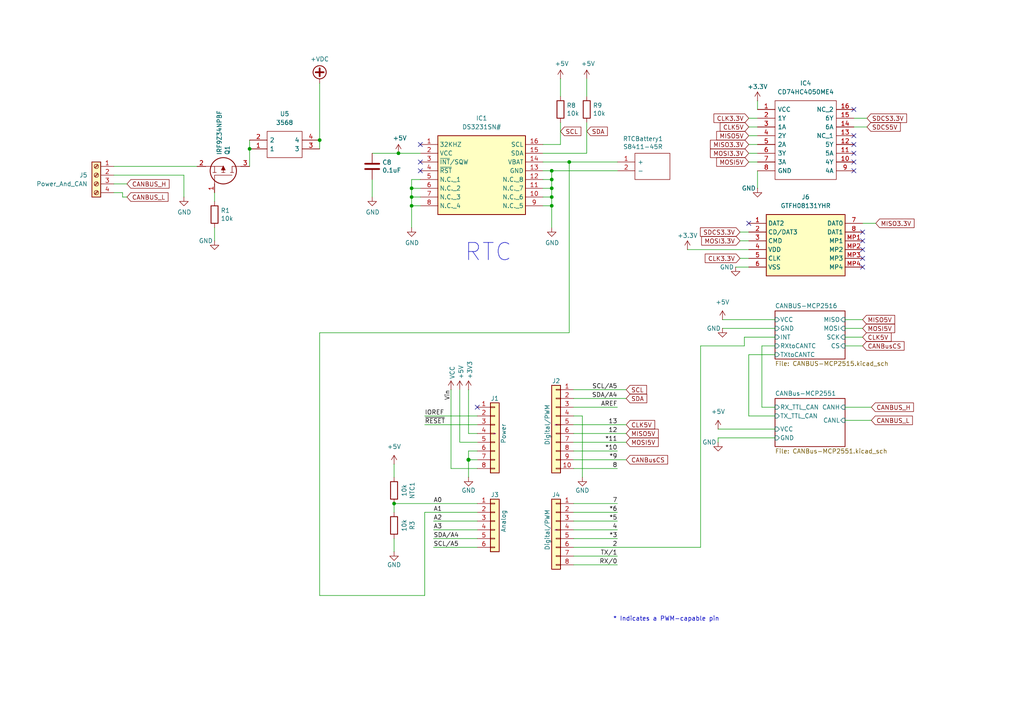
<source format=kicad_sch>
(kicad_sch (version 20250114) (generator "eeschema") (generator_version "9.0")
  (paper "A4")
  (title_block (date "mar. 31 mars 2015"))
  (lib_symbols
    (symbol "Connector:Screw_Terminal_01x04" (pin_names (offset 1.016) (hide yes))
      (property "Reference" "J" (at 0 5.08 0))
      (property "Value" "Screw_Terminal_01x04" (at 0 -7.62 0))
      (symbol "Screw_Terminal_01x04_1_1"
        (rectangle (start -1.27 3.81) (end 1.27 -6.35) (stroke (width 0.254)) (fill (type background)))
        (polyline (pts (xy -0.5334 2.8702) (xy 0.3302 2.032)) (stroke (width 0.1524)))
        (polyline (pts (xy -0.5334 0.3302) (xy 0.3302 -0.508)) (stroke (width 0.1524)))
        (polyline (pts (xy -0.5334 -2.2098) (xy 0.3302 -3.048)) (stroke (width 0.1524)))
        (polyline (pts (xy -0.5334 -4.7498) (xy 0.3302 -5.588)) (stroke (width 0.1524)))
        (polyline (pts (xy -0.3556 3.048) (xy 0.508 2.2098)) (stroke (width 0.1524)))
        (polyline (pts (xy -0.3556 0.508) (xy 0.508 -0.3302)) (stroke (width 0.1524)))
        (polyline (pts (xy -0.3556 -2.032) (xy 0.508 -2.8702)) (stroke (width 0.1524)))
        (polyline (pts (xy -0.3556 -4.572) (xy 0.508 -5.4102)) (stroke (width 0.1524)))
        (circle (center 0 2.54) (radius 0.635) (stroke (width 0.1524)))
        (circle (center 0 0) (radius 0.635) (stroke (width 0.1524)))
        (circle (center 0 -2.54) (radius 0.635) (stroke (width 0.1524)))
        (circle (center 0 -5.08) (radius 0.635) (stroke (width 0.1524)))
        (pin passive line (at -5.08 2.54 0) (length 3.81) (name "Pin_1") (number "1"))
        (pin passive line (at -5.08 0 0) (length 3.81) (name "Pin_2") (number "2"))
        (pin passive line (at -5.08 -2.54 0) (length 3.81) (name "Pin_3") (number "3"))
        (pin passive line (at -5.08 -5.08 0) (length 3.81) (name "Pin_4") (number "4"))
      )
    )
    (symbol "Connector_Generic:Conn_01x06" (pin_names (offset 1.016) (hide yes))
      (property "Reference" "J" (at 0 7.62 0))
      (property "Value" "Conn_01x06" (at 0 -10.16 0))
      (symbol "Conn_01x06_1_1"
        (rectangle (start -1.27 6.35) (end 1.27 -8.89) (stroke (width 0.254)) (fill (type background)))
        (rectangle (start -1.27 5.207) (end 0 4.953) (stroke (width 0.1524)))
        (rectangle (start -1.27 2.667) (end 0 2.413) (stroke (width 0.1524)))
        (rectangle (start -1.27 0.127) (end 0 -0.127) (stroke (width 0.1524)))
        (rectangle (start -1.27 -2.413) (end 0 -2.667) (stroke (width 0.1524)))
        (rectangle (start -1.27 -4.953) (end 0 -5.207) (stroke (width 0.1524)))
        (rectangle (start -1.27 -7.493) (end 0 -7.747) (stroke (width 0.1524)))
        (pin passive line (at -5.08 5.08 0) (length 3.81) (name "Pin_1") (number "1"))
        (pin passive line (at -5.08 2.54 0) (length 3.81) (name "Pin_2") (number "2"))
        (pin passive line (at -5.08 0 0) (length 3.81) (name "Pin_3") (number "3"))
        (pin passive line (at -5.08 -2.54 0) (length 3.81) (name "Pin_4") (number "4"))
        (pin passive line (at -5.08 -5.08 0) (length 3.81) (name "Pin_5") (number "5"))
        (pin passive line (at -5.08 -7.62 0) (length 3.81) (name "Pin_6") (number "6"))
      )
    )
    (symbol "Connector_Generic:Conn_01x08" (pin_names (offset 1.016) (hide yes))
      (property "Reference" "J" (at 0 10.16 0))
      (property "Value" "Conn_01x08" (at 0 -12.7 0))
      (symbol "Conn_01x08_1_1"
        (rectangle (start -1.27 8.89) (end 1.27 -11.43) (stroke (width 0.254)) (fill (type background)))
        (rectangle (start -1.27 7.747) (end 0 7.493) (stroke (width 0.1524)))
        (rectangle (start -1.27 5.207) (end 0 4.953) (stroke (width 0.1524)))
        (rectangle (start -1.27 2.667) (end 0 2.413) (stroke (width 0.1524)))
        (rectangle (start -1.27 0.127) (end 0 -0.127) (stroke (width 0.1524)))
        (rectangle (start -1.27 -2.413) (end 0 -2.667) (stroke (width 0.1524)))
        (rectangle (start -1.27 -4.953) (end 0 -5.207) (stroke (width 0.1524)))
        (rectangle (start -1.27 -7.493) (end 0 -7.747) (stroke (width 0.1524)))
        (rectangle (start -1.27 -10.033) (end 0 -10.287) (stroke (width 0.1524)))
        (pin passive line (at -5.08 7.62 0) (length 3.81) (name "Pin_1") (number "1"))
        (pin passive line (at -5.08 5.08 0) (length 3.81) (name "Pin_2") (number "2"))
        (pin passive line (at -5.08 2.54 0) (length 3.81) (name "Pin_3") (number "3"))
        (pin passive line (at -5.08 0 0) (length 3.81) (name "Pin_4") (number "4"))
        (pin passive line (at -5.08 -2.54 0) (length 3.81) (name "Pin_5") (number "5"))
        (pin passive line (at -5.08 -5.08 0) (length 3.81) (name "Pin_6") (number "6"))
        (pin passive line (at -5.08 -7.62 0) (length 3.81) (name "Pin_7") (number "7"))
        (pin passive line (at -5.08 -10.16 0) (length 3.81) (name "Pin_8") (number "8"))
      )
    )
    (symbol "Connector_Generic:Conn_01x10" (pin_names (offset 1.016) (hide yes))
      (property "Reference" "J" (at 0 12.7 0))
      (property "Value" "Conn_01x10" (at 0 -15.24 0))
      (symbol "Conn_01x10_1_1"
        (rectangle (start -1.27 11.43) (end 1.27 -13.97) (stroke (width 0.254)) (fill (type background)))
        (rectangle (start -1.27 10.287) (end 0 10.033) (stroke (width 0.1524)))
        (rectangle (start -1.27 7.747) (end 0 7.493) (stroke (width 0.1524)))
        (rectangle (start -1.27 5.207) (end 0 4.953) (stroke (width 0.1524)))
        (rectangle (start -1.27 2.667) (end 0 2.413) (stroke (width 0.1524)))
        (rectangle (start -1.27 0.127) (end 0 -0.127) (stroke (width 0.1524)))
        (rectangle (start -1.27 -2.413) (end 0 -2.667) (stroke (width 0.1524)))
        (rectangle (start -1.27 -4.953) (end 0 -5.207) (stroke (width 0.1524)))
        (rectangle (start -1.27 -7.493) (end 0 -7.747) (stroke (width 0.1524)))
        (rectangle (start -1.27 -10.033) (end 0 -10.287) (stroke (width 0.1524)))
        (rectangle (start -1.27 -12.573) (end 0 -12.827) (stroke (width 0.1524)))
        (pin passive line (at -5.08 10.16 0) (length 3.81) (name "Pin_1") (number "1"))
        (pin passive line (at -5.08 7.62 0) (length 3.81) (name "Pin_2") (number "2"))
        (pin passive line (at -5.08 5.08 0) (length 3.81) (name "Pin_3") (number "3"))
        (pin passive line (at -5.08 2.54 0) (length 3.81) (name "Pin_4") (number "4"))
        (pin passive line (at -5.08 0 0) (length 3.81) (name "Pin_5") (number "5"))
        (pin passive line (at -5.08 -2.54 0) (length 3.81) (name "Pin_6") (number "6"))
        (pin passive line (at -5.08 -5.08 0) (length 3.81) (name "Pin_7") (number "7"))
        (pin passive line (at -5.08 -7.62 0) (length 3.81) (name "Pin_8") (number "8"))
        (pin passive line (at -5.08 -10.16 0) (length 3.81) (name "Pin_9") (number "9"))
        (pin passive line (at -5.08 -12.7 0) (length 3.81) (name "Pin_10") (number "10"))
      )
    )
    (symbol "Device:C" (pin_numbers (hide yes)) (pin_names (offset 0.254))
      (property "Reference" "C" (at 0.635 2.54 0))
      (property "Value" "C" (at 0.635 -2.54 0))
      (symbol "C_0_1"
        (polyline (pts (xy -2.032 0.762) (xy 2.032 0.762)) (stroke (width 0.508)))
        (polyline (pts (xy -2.032 -0.762) (xy 2.032 -0.762)) (stroke (width 0.508)))
      )
      (symbol "C_1_1"
        (pin passive line (at 0 3.81 270) (length 2.794) (name "~") (number "1"))
        (pin passive line (at 0 -3.81 90) (length 2.794) (name "~") (number "2"))
      )
    )
    (symbol "Device:R" (pin_numbers (hide yes)) (pin_names (offset 0))
      (property "Reference" "R" (at 2.032 0 90))
      (property "Value" "R" (at 0 0 90))
      (symbol "R_0_1"
        (rectangle (start -1.016 -2.54) (end 1.016 2.54) (stroke (width 0.254)))
      )
      (symbol "R_1_1"
        (pin passive line (at 0 3.81 270) (length 1.27) (name "~") (number "1"))
        (pin passive line (at 0 -3.81 90) (length 1.27) (name "~") (number "2"))
      )
    )
    (symbol "SamacSys:DS3231SN#"
      (property "Reference" "IC" (at 31.75 7.62 0))
      (property "Value" "DS3231SN#" (at 31.75 5.08 0))
      (symbol "DS3231SN#_1_1"
        (rectangle (start 5.08 2.54) (end 30.48 -20.32) (stroke (width 0.254)) (fill (type background)))
        (pin passive line (at 0 0 0) (length 5.08) (name "32KHZ") (number "1"))
        (pin passive line (at 0 -2.54 0) (length 5.08) (name "VCC") (number "2"))
        (pin passive line (at 0 -5.08 0) (length 5.08) (name "~{INT}/SQW") (number "3"))
        (pin passive line (at 0 -7.62 0) (length 5.08) (name "~{RST}") (number "4"))
        (pin passive line (at 0 -10.16 0) (length 5.08) (name "N.C._1") (number "5"))
        (pin passive line (at 0 -12.7 0) (length 5.08) (name "N.C._2") (number "6"))
        (pin passive line (at 0 -15.24 0) (length 5.08) (name "N.C._3") (number "7"))
        (pin passive line (at 0 -17.78 0) (length 5.08) (name "N.C._4") (number "8"))
        (pin passive line (at 35.56 0 180) (length 5.08) (name "SCL") (number "16"))
        (pin passive line (at 35.56 -2.54 180) (length 5.08) (name "SDA") (number "15"))
        (pin passive line (at 35.56 -5.08 180) (length 5.08) (name "VBAT") (number "14"))
        (pin passive line (at 35.56 -7.62 180) (length 5.08) (name "GND") (number "13"))
        (pin passive line (at 35.56 -10.16 180) (length 5.08) (name "N.C._8") (number "12"))
        (pin passive line (at 35.56 -12.7 180) (length 5.08) (name "N.C._7") (number "11"))
        (pin passive line (at 35.56 -15.24 180) (length 5.08) (name "N.C._6") (number "10"))
        (pin passive line (at 35.56 -17.78 180) (length 5.08) (name "N.C._5") (number "9"))
      )
    )
    (symbol "SamacSys:GTFH08131YHR"
      (property "Reference" "J" (at 29.21 7.62 0))
      (property "Value" "GTFH08131YHR" (at 29.21 5.08 0))
      (symbol "GTFH08131YHR_1_1"
        (rectangle (start 5.08 2.54) (end 27.94 -15.24) (stroke (width 0.254)) (fill (type background)))
        (pin passive line (at 0 0 0) (length 5.08) (name "DAT2") (number "1"))
        (pin passive line (at 0 -2.54 0) (length 5.08) (name "CD/DAT3") (number "2"))
        (pin passive line (at 0 -5.08 0) (length 5.08) (name "CMD") (number "3"))
        (pin passive line (at 0 -7.62 0) (length 5.08) (name "VDD") (number "4"))
        (pin passive line (at 0 -10.16 0) (length 5.08) (name "CLK") (number "5"))
        (pin passive line (at 0 -12.7 0) (length 5.08) (name "VSS") (number "6"))
        (pin passive line (at 33.02 0 180) (length 5.08) (name "DAT0") (number "7"))
        (pin passive line (at 33.02 -2.54 180) (length 5.08) (name "DAT1") (number "8"))
        (pin passive line (at 33.02 -5.08 180) (length 5.08) (name "MP1") (number "MP1"))
        (pin passive line (at 33.02 -7.62 180) (length 5.08) (name "MP2") (number "MP2"))
        (pin passive line (at 33.02 -10.16 180) (length 5.08) (name "MP3") (number "MP3"))
        (pin passive line (at 33.02 -12.7 180) (length 5.08) (name "MP4") (number "MP4"))
      )
    )
    (symbol "SamacSys_Parts:3568" (pin_names (offset 0.762))
      (property "Reference" "U" (at 16.51 7.62 0))
      (property "Value" "3568" (at 16.51 5.08 0))
      (symbol "3568_0_0"
        (pin passive line (at 0 0 0) (length 5.08) (name "2") (number "2"))
        (pin passive line (at 0 -2.54 0) (length 5.08) (name "1") (number "1"))
        (pin passive line (at 20.32 0 180) (length 5.08) (name "4") (number "4"))
        (pin passive line (at 20.32 -2.54 180) (length 5.08) (name "3") (number "3"))
      )
      (symbol "3568_0_1"
        (polyline (pts (xy 5.08 2.54) (xy 15.24 2.54) (xy 15.24 -5.08) (xy 5.08 -5.08) (xy 5.08 2.54)) (stroke (width 0.1524)))
      )
    )
    (symbol "SamacSys_Parts:CD74HC4050ME4" (pin_names (offset 0.762))
      (property "Reference" "IC" (at 24.13 7.62 0))
      (property "Value" "CD74HC4050ME4" (at 24.13 5.08 0))
      (symbol "CD74HC4050ME4_0_0"
        (pin passive line (at 0 0 0) (length 5.08) (name "VCC") (number "1"))
        (pin passive line (at 0 -2.54 0) (length 5.08) (name "1Y") (number "2"))
        (pin passive line (at 0 -5.08 0) (length 5.08) (name "1A") (number "3"))
        (pin passive line (at 0 -7.62 0) (length 5.08) (name "2Y") (number "4"))
        (pin passive line (at 0 -10.16 0) (length 5.08) (name "2A") (number "5"))
        (pin passive line (at 0 -12.7 0) (length 5.08) (name "3Y") (number "6"))
        (pin passive line (at 0 -15.24 0) (length 5.08) (name "3A") (number "7"))
        (pin passive line (at 0 -17.78 0) (length 5.08) (name "GND") (number "8"))
        (pin passive line (at 27.94 0 180) (length 5.08) (name "NC_2") (number "16"))
        (pin passive line (at 27.94 -2.54 180) (length 5.08) (name "6Y") (number "15"))
        (pin passive line (at 27.94 -5.08 180) (length 5.08) (name "6A") (number "14"))
        (pin passive line (at 27.94 -7.62 180) (length 5.08) (name "NC_1") (number "13"))
        (pin passive line (at 27.94 -10.16 180) (length 5.08) (name "5Y") (number "12"))
        (pin passive line (at 27.94 -12.7 180) (length 5.08) (name "5A") (number "11"))
        (pin passive line (at 27.94 -15.24 180) (length 5.08) (name "4Y") (number "10"))
        (pin passive line (at 27.94 -17.78 180) (length 5.08) (name "4A") (number "9"))
      )
      (symbol "CD74HC4050ME4_0_1"
        (polyline (pts (xy 5.08 2.54) (xy 22.86 2.54) (xy 22.86 -20.32) (xy 5.08 -20.32) (xy 5.08 2.54)) (stroke (width 0.1524)))
      )
    )
    (symbol "SamacSys_Parts:IRF9Z34NPBF" (pin_names (offset 0.762))
      (property "Reference" "Q" (at 11.43 3.81 0))
      (property "Value" "IRF9Z34NPBF" (at 11.43 1.27 0))
      (symbol "IRF9Z34NPBF_0_0"
        (pin passive line (at 0 0 0) (length 2.54) (name "~") (number "1"))
        (pin passive line (at 7.62 10.16 270) (length 2.54) (name "~") (number "3"))
        (pin passive line (at 7.62 -5.08 90) (length 2.54) (name "~") (number "2"))
      )
      (symbol "IRF9Z34NPBF_0_1"
        (polyline (pts (xy 2.54 0) (xy 5.08 0) (xy 5.08 5.08)) (stroke (width 0.1524)))
        (polyline (pts (xy 5.842 5.588) (xy 5.842 4.572)) (stroke (width 0.1524)))
        (polyline (pts (xy 5.842 2.032) (xy 5.842 3.048)) (stroke (width 0.1524)))
        (polyline (pts (xy 5.842 0) (xy 7.62 0)) (stroke (width 0.1524)))
        (polyline (pts (xy 5.842 -0.508) (xy 5.842 0.508)) (stroke (width 0.1524)))
        (circle (center 6.35 2.54) (radius 3.81) (stroke (width 0.254)))
        (polyline (pts (xy 7.62 5.08) (xy 5.842 5.08)) (stroke (width 0.1524)))
        (polyline (pts (xy 7.62 5.08) (xy 7.62 7.62)) (stroke (width 0.1524)))
        (polyline (pts (xy 7.62 2.54) (xy 5.842 2.54)) (stroke (width 0.1524)))
        (polyline (pts (xy 7.62 2.54) (xy 7.62 -2.54)) (stroke (width 0.1524)))
        (polyline (pts (xy 7.62 2.54) (xy 6.604 3.048) (xy 6.604 2.032) (xy 7.62 2.54)) (stroke (width 0.254)) (fill (type outline)))
      )
    )
    (symbol "SamacSys_Parts:S8411-45R" (pin_names (offset 0.762))
      (property "Reference" "U" (at 16.51 7.62 0))
      (property "Value" "SamacSys_Parts_S8411-45R" (at 16.51 5.08 0))
      (symbol "S8411-45R_0_0"
        (pin passive line (at 0 0 0) (length 5.08) (name "-") (number "2"))
        (pin passive line (at 0 -2.54 0) (length 5.08) (name "+") (number "1"))
      )
      (symbol "S8411-45R_0_1"
        (polyline (pts (xy 5.08 2.54) (xy 15.24 2.54) (xy 15.24 -5.08) (xy 5.08 -5.08) (xy 5.08 2.54)) (stroke (width 0.1524)))
      )
    )
    (symbol "power:+3.3V" (power) (pin_numbers (hide yes)) (pin_names (offset 0) (hide yes))
      (property "Value" "+3.3V" (at 0 3.556 0))
      (symbol "+3.3V_0_1"
        (polyline (pts (xy -0.762 1.27) (xy 0 2.54)))
        (polyline (pts (xy 0 2.54) (xy 0.762 1.27)))
        (polyline (pts (xy 0 0) (xy 0 2.54)))
      )
      (symbol "+3.3V_1_1"
        (pin power_in line (at 0 0 90) (length 0) (name "~") (number "1"))
      )
    )
    (symbol "power:+3V3" (power) (pin_numbers (hide yes)) (pin_names (offset 0) (hide yes))
      (property "Value" "+3V3" (at 0 3.556 0))
      (symbol "+3V3_0_1"
        (polyline (pts (xy -0.762 1.27) (xy 0 2.54)))
        (polyline (pts (xy 0 2.54) (xy 0.762 1.27)))
        (polyline (pts (xy 0 0) (xy 0 2.54)))
      )
      (symbol "+3V3_1_1"
        (pin power_in line (at 0 0 90) (length 0) (name "~") (number "1"))
      )
    )
    (symbol "power:+5V" (power) (pin_numbers (hide yes)) (pin_names (offset 0) (hide yes))
      (property "Value" "+5V" (at 0 3.556 0))
      (symbol "+5V_0_1"
        (polyline (pts (xy -0.762 1.27) (xy 0 2.54)))
        (polyline (pts (xy 0 2.54) (xy 0.762 1.27)))
        (polyline (pts (xy 0 0) (xy 0 2.54)))
      )
      (symbol "+5V_1_1"
        (pin power_in line (at 0 0 90) (length 0) (name "~") (number "1"))
      )
    )
    (symbol "power:+VDC" (power) (pin_numbers (hide yes)) (pin_names (offset 0) (hide yes))
      (property "Value" "+VDC" (at 0 6.35 0))
      (symbol "+VDC_0_1"
        (polyline (pts (xy -1.143 3.175) (xy 1.143 3.175)) (stroke (width 0.508)))
        (circle (center 0 3.175) (radius 1.905) (stroke (width 0.254)))
        (polyline (pts (xy 0 2.032) (xy 0 4.318)) (stroke (width 0.508)))
        (polyline (pts (xy 0 0) (xy 0 1.27)))
      )
      (symbol "+VDC_1_1"
        (pin power_in line (at 0 0 90) (length 0) (name "~") (number "1"))
      )
    )
    (symbol "power:GND" (power) (pin_numbers (hide yes)) (pin_names (offset 0) (hide yes))
      (property "Value" "GND" (at 0 -3.81 0))
      (symbol "GND_0_1"
        (polyline (pts (xy 0 0) (xy 0 -1.27) (xy 1.27 -1.27) (xy 0 -2.54) (xy -1.27 -1.27) (xy 0 -1.27)))
      )
      (symbol "GND_1_1"
        (pin power_in line (at 0 0 270) (length 0) (name "~") (number "1"))
      )
    )
    (symbol "power:VCC" (power) (pin_numbers (hide yes)) (pin_names (offset 0) (hide yes))
      (property "Value" "VCC" (at 0 3.556 0))
      (symbol "VCC_0_1"
        (polyline (pts (xy -0.762 1.27) (xy 0 2.54)))
        (polyline (pts (xy 0 2.54) (xy 0.762 1.27)))
        (polyline (pts (xy 0 0) (xy 0 2.54)))
      )
      (symbol "VCC_1_1"
        (pin power_in line (at 0 0 90) (length 0) (name "~") (number "1"))
      )
    )
  )
  (text "RTC" (at 134.62 76.2 0) (effects (font (size 5.0038 5.0038)) (justify left bottom)))
  (text "* Indicates a PWM-capable pin" (at 177.8 180.34 0) (effects (font (size 1.27 1.27)) (justify left bottom)))
  (junction (at 92.71 40.64))
  (junction (at 119.38 54.61))
  (junction (at 114.3 146.05))
  (junction (at 119.38 59.69))
  (junction (at 135.89 133.35) (diameter 1.016))
  (junction (at 115.57 44.45))
  (junction (at 160.02 59.69))
  (junction (at 72.39 43.18))
  (junction (at 119.38 57.15))
  (junction (at 160.02 54.61))
  (junction (at 165.1 46.99))
  (junction (at 160.02 49.53))
  (junction (at 160.02 57.15))
  (junction (at 160.02 52.07))
  (no_connect (at 247.65 46.99))
  (no_connect (at 250.19 69.85))
  (no_connect (at 250.19 74.93))
  (no_connect (at 247.65 44.45))
  (no_connect (at 247.65 31.75))
  (no_connect (at 247.65 41.91))
  (no_connect (at 217.17 64.77))
  (no_connect (at 250.19 72.39))
  (no_connect (at 121.92 46.99))
  (no_connect (at 247.65 39.37))
  (no_connect (at 121.92 41.91))
  (no_connect (at 250.19 77.47))
  (no_connect (at 138.43 118.11))
  (no_connect (at 250.19 67.31))
  (no_connect (at 121.92 49.53))
  (no_connect (at 247.65 49.53))
  (wire (pts (xy 245.11 118.11) (xy 252.73 118.11)))
  (wire (pts (xy 160.02 57.15) (xy 160.02 54.61)))
  (wire (pts (xy 157.48 41.91) (xy 162.56 41.91)))
  (wire (pts (xy 166.37 130.81) (xy 179.07 130.81)))
  (wire (pts (xy 220.98 118.11) (xy 220.98 100.33)))
  (wire (pts (xy 162.56 27.94) (xy 162.56 22.86)))
  (wire (pts (xy 92.71 96.52) (xy 92.71 172.72)))
  (wire (pts (xy 166.37 113.03) (xy 181.61 113.03)))
  (wire (pts (xy 160.02 54.61) (xy 160.02 52.07)))
  (wire (pts (xy 179.07 49.53) (xy 160.02 49.53)))
  (wire (pts (xy 203.2 100.33) (xy 215.9 100.33)))
  (wire (pts (xy 135.89 130.81) (xy 135.89 133.35)))
  (wire (pts (xy 214.63 67.31) (xy 217.17 67.31)))
  (wire (pts (xy 217.17 36.83) (xy 219.71 36.83)))
  (wire (pts (xy 125.73 158.75) (xy 138.43 158.75)))
  (wire (pts (xy 217.17 44.45) (xy 219.71 44.45)))
  (wire (pts (xy 160.02 59.69) (xy 160.02 57.15)))
  (wire (pts (xy 35.56 55.88) (xy 33.02 55.88)))
  (wire (pts (xy 245.11 97.79) (xy 250.19 97.79)))
  (wire (pts (xy 165.1 96.52) (xy 92.71 96.52)))
  (wire (pts (xy 135.89 133.35) (xy 135.89 138.43)))
  (wire (pts (xy 135.89 125.73) (xy 138.43 125.73)))
  (wire (pts (xy 209.55 92.71) (xy 224.79 92.71)))
  (wire (pts (xy 133.35 128.27) (xy 138.43 128.27)))
  (wire (pts (xy 157.48 59.69) (xy 160.02 59.69)))
  (wire (pts (xy 133.35 113.03) (xy 133.35 128.27)))
  (wire (pts (xy 114.3 134.62) (xy 114.3 138.43)))
  (wire (pts (xy 115.57 44.45) (xy 121.92 44.45)))
  (wire (pts (xy 121.92 54.61) (xy 119.38 54.61)))
  (wire (pts (xy 166.37 123.19) (xy 181.61 123.19)))
  (wire (pts (xy 135.89 113.03) (xy 135.89 125.73)))
  (wire (pts (xy 166.37 146.05) (xy 179.07 146.05)))
  (wire (pts (xy 107.95 44.45) (xy 115.57 44.45)))
  (wire (pts (xy 166.37 125.73) (xy 181.61 125.73)))
  (wire (pts (xy 217.17 102.87) (xy 217.17 120.65)))
  (wire (pts (xy 179.07 46.99) (xy 165.1 46.99)))
  (wire (pts (xy 114.3 146.05) (xy 114.3 148.59)))
  (wire (pts (xy 166.37 148.59) (xy 179.07 148.59)))
  (wire (pts (xy 208.28 127) (xy 208.28 128.27)))
  (wire (pts (xy 224.79 102.87) (xy 217.17 102.87)))
  (wire (pts (xy 224.79 127) (xy 208.28 127)))
  (wire (pts (xy 166.37 161.29) (xy 179.07 161.29)))
  (wire (pts (xy 215.9 97.79) (xy 224.79 97.79)))
  (wire (pts (xy 119.38 57.15) (xy 119.38 59.69)))
  (wire (pts (xy 203.2 100.33) (xy 203.2 158.75)))
  (wire (pts (xy 160.02 52.07) (xy 157.48 52.07)))
  (wire (pts (xy 123.19 172.72) (xy 123.19 148.59)))
  (wire (pts (xy 245.11 95.25) (xy 250.19 95.25)))
  (wire (pts (xy 219.71 29.21) (xy 219.71 31.75)))
  (wire (pts (xy 217.17 39.37) (xy 219.71 39.37)))
  (wire (pts (xy 166.37 133.35) (xy 181.61 133.35)))
  (wire (pts (xy 119.38 59.69) (xy 119.38 66.04)))
  (wire (pts (xy 166.37 153.67) (xy 179.07 153.67)))
  (wire (pts (xy 123.19 148.59) (xy 138.43 148.59)))
  (wire (pts (xy 208.28 124.46) (xy 224.79 124.46)))
  (wire (pts (xy 160.02 49.53) (xy 160.02 52.07)))
  (wire (pts (xy 35.56 57.15) (xy 35.56 55.88)))
  (wire (pts (xy 157.48 44.45) (xy 170.18 44.45)))
  (wire (pts (xy 123.19 120.65) (xy 138.43 120.65)))
  (wire (pts (xy 114.3 156.21) (xy 114.3 160.02)))
  (wire (pts (xy 250.19 64.77) (xy 254 64.77)))
  (wire (pts (xy 168.91 120.65) (xy 168.91 138.43)))
  (wire (pts (xy 121.92 57.15) (xy 119.38 57.15)))
  (wire (pts (xy 62.23 58.42) (xy 62.23 55.88)))
  (wire (pts (xy 213.36 77.47) (xy 217.17 77.47)))
  (wire (pts (xy 166.37 118.11) (xy 179.07 118.11)))
  (wire (pts (xy 245.11 100.33) (xy 250.19 100.33)))
  (wire (pts (xy 219.71 49.53) (xy 219.71 54.61)))
  (wire (pts (xy 247.65 34.29) (xy 251.46 34.29)))
  (wire (pts (xy 119.38 54.61) (xy 119.38 57.15)))
  (wire (pts (xy 138.43 146.05) (xy 114.3 146.05)))
  (wire (pts (xy 138.43 151.13) (xy 125.73 151.13)))
  (wire (pts (xy 123.19 123.19) (xy 138.43 123.19)))
  (wire (pts (xy 215.9 100.33) (xy 215.9 97.79)))
  (wire (pts (xy 138.43 133.35) (xy 135.89 133.35)))
  (wire (pts (xy 157.48 49.53) (xy 160.02 49.53)))
  (wire (pts (xy 53.34 57.15) (xy 53.34 50.8)))
  (wire (pts (xy 199.39 72.39) (xy 217.17 72.39)))
  (wire (pts (xy 209.55 95.25) (xy 224.79 95.25)))
  (wire (pts (xy 138.43 135.89) (xy 130.81 135.89)))
  (wire (pts (xy 245.11 121.92) (xy 252.73 121.92)))
  (wire (pts (xy 245.11 92.71) (xy 250.19 92.71)))
  (wire (pts (xy 33.02 53.34) (xy 36.83 53.34)))
  (wire (pts (xy 165.1 46.99) (xy 157.48 46.99)))
  (wire (pts (xy 107.95 52.07) (xy 107.95 57.15)))
  (wire (pts (xy 214.63 74.93) (xy 217.17 74.93)))
  (wire (pts (xy 247.65 36.83) (xy 251.46 36.83)))
  (wire (pts (xy 214.63 69.85) (xy 217.17 69.85)))
  (wire (pts (xy 217.17 46.99) (xy 219.71 46.99)))
  (wire (pts (xy 166.37 120.65) (xy 168.91 120.65)))
  (wire (pts (xy 92.71 172.72) (xy 123.19 172.72)))
  (wire (pts (xy 138.43 130.81) (xy 135.89 130.81)))
  (wire (pts (xy 92.71 40.64) (xy 92.71 43.18)))
  (wire (pts (xy 166.37 163.83) (xy 179.07 163.83)))
  (wire (pts (xy 166.37 128.27) (xy 181.61 128.27)))
  (wire (pts (xy 217.17 41.91) (xy 219.71 41.91)))
  (wire (pts (xy 162.56 41.91) (xy 162.56 35.56)))
  (wire (pts (xy 166.37 151.13) (xy 179.07 151.13)))
  (wire (pts (xy 220.98 100.33) (xy 224.79 100.33)))
  (wire (pts (xy 125.73 153.67) (xy 138.43 153.67)))
  (wire (pts (xy 224.79 118.11) (xy 220.98 118.11)))
  (wire (pts (xy 217.17 120.65) (xy 224.79 120.65)))
  (wire (pts (xy 157.48 57.15) (xy 160.02 57.15)))
  (wire (pts (xy 165.1 46.99) (xy 165.1 96.52)))
  (wire (pts (xy 119.38 52.07) (xy 119.38 54.61)))
  (wire (pts (xy 72.39 40.64) (xy 72.39 43.18)))
  (wire (pts (xy 217.17 34.29) (xy 219.71 34.29)))
  (wire (pts (xy 33.02 48.26) (xy 57.15 48.26)))
  (wire (pts (xy 166.37 115.57) (xy 181.61 115.57)))
  (wire (pts (xy 160.02 66.04) (xy 160.02 59.69)))
  (wire (pts (xy 157.48 54.61) (xy 160.02 54.61)))
  (wire (pts (xy 166.37 158.75) (xy 203.2 158.75)))
  (wire (pts (xy 72.39 43.18) (xy 72.39 48.26)))
  (wire (pts (xy 166.37 156.21) (xy 179.07 156.21)))
  (wire (pts (xy 33.02 50.8) (xy 53.34 50.8)))
  (wire (pts (xy 36.83 57.15) (xy 35.56 57.15)))
  (wire (pts (xy 170.18 44.45) (xy 170.18 35.56)))
  (wire (pts (xy 170.18 27.94) (xy 170.18 22.86)))
  (wire (pts (xy 121.92 59.69) (xy 119.38 59.69)))
  (wire (pts (xy 130.81 135.89) (xy 130.81 113.03)))
  (wire (pts (xy 121.92 52.07) (xy 119.38 52.07)))
  (wire (pts (xy 138.43 156.21) (xy 125.73 156.21)))
  (wire (pts (xy 92.71 24.13) (xy 92.71 40.64)))
  (wire (pts (xy 62.23 66.04) (xy 62.23 69.85)))
  (wire (pts (xy 166.37 135.89) (xy 179.07 135.89)))
  (label "RX{slash}0" (at 179.07 163.83 180))
  (label "A2" (at 125.73 151.13 0))
  (label "4" (at 179.07 153.67 180))
  (label "2" (at 179.07 158.75 180))
  (label "A3" (at 125.73 153.67 0))
  (label "13" (at 179.07 123.19 180))
  (label "12" (at 179.07 125.73 180))
  (label "~{RESET}" (at 123.19 123.19 0))
  (label "*10" (at 179.07 130.81 180))
  (label "7" (at 179.07 146.05 180))
  (label "SDA{slash}A4" (at 179.07 115.57 180))
  (label "8" (at 179.07 135.89 180))
  (label "*11" (at 179.07 128.27 180))
  (label "*3" (at 179.07 156.21 180))
  (label "A1" (at 125.73 148.59 0))
  (label "TX{slash}1" (at 179.07 161.29 180))
  (label "A0" (at 125.73 146.05 0))
  (label "AREF" (at 179.07 118.11 180))
  (label "Vin" (at 130.81 113.03 270))
  (label "*6" (at 179.07 148.59 180))
  (label "SCL{slash}A5" (at 179.07 113.03 180))
  (label "*9" (at 179.07 133.35 180))
  (label "*5" (at 179.07 151.13 180))
  (label "IOREF" (at 123.19 120.65 0))
  (label "SDA{slash}A4" (at 125.73 156.21 0))
  (label "SCL{slash}A5" (at 125.73 158.75 0))
  (global_label "SCL" (shape input) (at 181.61 113.03 0) (property "Intersheetrefs" "${INTERSHEET_REFS}" (effects (hide yes))))
  (global_label "SDCS3.3V" (shape input) (at 214.63 67.31 180) (property "Intersheetrefs" "${INTERSHEET_REFS}" (effects (hide yes))))
  (global_label "CLK5V" (shape input) (at 250.19 97.79 0) (property "Intersheetrefs" "${INTERSHEET_REFS}" (effects (hide yes))))
  (global_label "SDCS5V" (shape input) (at 251.46 36.83 0) (property "Intersheetrefs" "${INTERSHEET_REFS}" (effects (hide yes))))
  (global_label "MOSI5V" (shape input) (at 181.61 128.27 0) (property "Intersheetrefs" "${INTERSHEET_REFS}" (effects (hide yes))))
  (global_label "MOSI5V" (shape input) (at 250.19 95.25 0) (property "Intersheetrefs" "${INTERSHEET_REFS}" (effects (hide yes))))
  (global_label "MOSI3.3V" (shape input) (at 217.17 44.45 180) (property "Intersheetrefs" "${INTERSHEET_REFS}" (effects (hide yes))))
  (global_label "CLK5V" (shape input) (at 181.61 123.19 0) (property "Intersheetrefs" "${INTERSHEET_REFS}" (effects (hide yes))))
  (global_label "CLK3.3V" (shape input) (at 214.63 74.93 180) (property "Intersheetrefs" "${INTERSHEET_REFS}" (effects (hide yes))))
  (global_label "CANBusCS" (shape input) (at 250.19 100.33 0) (property "Intersheetrefs" "${INTERSHEET_REFS}" (effects (hide yes))))
  (global_label "SCL" (shape input) (at 162.56 38.1 0) (property "Intersheetrefs" "${INTERSHEET_REFS}" (effects (hide yes))))
  (global_label "SDCS3.3V" (shape input) (at 251.46 34.29 0) (property "Intersheetrefs" "${INTERSHEET_REFS}" (effects (hide yes))))
  (global_label "CANBUS_L" (shape input) (at 252.73 121.92 0) (property "Intersheetrefs" "${INTERSHEET_REFS}" (effects (hide yes))))
  (global_label "MISO5V" (shape input) (at 250.19 92.71 0) (property "Intersheetrefs" "${INTERSHEET_REFS}" (effects (hide yes))))
  (global_label "CANBusCS" (shape input) (at 181.61 133.35 0) (property "Intersheetrefs" "${INTERSHEET_REFS}" (effects (hide yes))))
  (global_label "CLK5V" (shape input) (at 217.17 36.83 180) (property "Intersheetrefs" "${INTERSHEET_REFS}" (effects (hide yes))))
  (global_label "MISO5V" (shape input) (at 217.17 39.37 180) (property "Intersheetrefs" "${INTERSHEET_REFS}" (effects (hide yes))))
  (global_label "MISO5V" (shape input) (at 181.61 125.73 0) (property "Intersheetrefs" "${INTERSHEET_REFS}" (effects (hide yes))))
  (global_label "SDA" (shape input) (at 181.61 115.57 0) (property "Intersheetrefs" "${INTERSHEET_REFS}" (effects (hide yes))))
  (global_label "MISO3.3V" (shape input) (at 254 64.77 0) (property "Intersheetrefs" "${INTERSHEET_REFS}" (effects (hide yes))))
  (global_label "MISO3.3V" (shape input) (at 217.17 41.91 180) (property "Intersheetrefs" "${INTERSHEET_REFS}" (effects (hide yes))))
  (global_label "CANBUS_H" (shape input) (at 252.73 118.11 0) (property "Intersheetrefs" "${INTERSHEET_REFS}" (effects (hide yes))))
  (global_label "MOSI3.3V" (shape input) (at 214.63 69.85 180) (property "Intersheetrefs" "${INTERSHEET_REFS}" (effects (hide yes))))
  (global_label "CLK3.3V" (shape input) (at 217.17 34.29 180) (property "Intersheetrefs" "${INTERSHEET_REFS}" (effects (hide yes))))
  (global_label "SDA" (shape input) (at 170.18 38.1 0) (property "Intersheetrefs" "${INTERSHEET_REFS}" (effects (hide yes))))
  (global_label "CANBUS_H" (shape input) (at 36.83 53.34 0) (property "Intersheetrefs" "${INTERSHEET_REFS}" (effects (hide yes))))
  (global_label "MOSI5V" (shape input) (at 217.17 46.99 180) (property "Intersheetrefs" "${INTERSHEET_REFS}" (effects (hide yes))))
  (global_label "CANBUS_L" (shape input) (at 36.83 57.15 0) (property "Intersheetrefs" "${INTERSHEET_REFS}" (effects (hide yes))))
  (symbol (lib_id "Connector_Generic:Conn_01x08") (at 143.51 125.73 0) (unit 1)
    (property "Reference" "J1" (at 143.51 115.57 0))
    (property "Value" "Power" (at 146.05 125.73 90))
    (property "Footprint" "Connector_PinSocket_2.54mm:PinSocket_1x08_P2.54mm_Vertical" (effects (hide yes)))
    (property "Datasheet" "~" (at 143.51 125.73 0))
    (property "Description" "Generic connector, single row, 01x08, script generated (kicad-library-utils/schlib/autogen/connector/)" (effects (hide yes)))
  )
  (symbol (lib_id "power:+3V3") (at 135.89 113.03 0) (unit 1)
    (property "Reference" "#PWR03" (effects (hide yes)))
    (property "Value" "+3V3" (at 136.271 109.982 90) (effects (justify left)))
    (property "Description" "Power symbol creates a global label with name \"+3V3\"" (effects (hide yes)))
  )
  (symbol (lib_id "power:+5V") (at 133.35 113.03 0) (unit 1)
    (property "Reference" "#PWR02" (effects (hide yes)))
    (property "Value" "+5V" (at 133.7056 109.982 90) (effects (justify left)))
    (property "Description" "Power symbol creates a global label with name \"+5V\"" (effects (hide yes)))
  )
  (symbol (lib_id "power:GND") (at 135.89 138.43 0) (unit 1)
    (property "Reference" "#PWR04" (effects (hide yes)))
    (property "Value" "GND" (at 135.89 142.24 0))
    (property "Description" "Power symbol creates a global label with name \"GND\" , ground" (effects (hide yes)))
  )
  (symbol (lib_id "Connector_Generic:Conn_01x10") (at 161.29 123.19 0) (mirror y) (unit 1)
    (property "Reference" "J2" (at 161.29 110.49 0))
    (property "Value" "Digital/PWM" (at 158.75 123.19 90))
    (property "Footprint" "Connector_PinSocket_2.54mm:PinSocket_1x10_P2.54mm_Vertical" (effects (hide yes)))
    (property "Datasheet" "~" (at 161.29 123.19 0))
    (property "Description" "Generic connector, single row, 01x10, script generated (kicad-library-utils/schlib/autogen/connector/)" (effects (hide yes)))
  )
  (symbol (lib_id "power:GND") (at 168.91 138.43 0) (unit 1)
    (property "Reference" "#PWR05" (effects (hide yes)))
    (property "Value" "GND" (at 168.91 142.24 0))
    (property "Description" "Power symbol creates a global label with name \"GND\" , ground" (effects (hide yes)))
  )
  (symbol (lib_id "Connector_Generic:Conn_01x06") (at 143.51 151.13 0) (unit 1)
    (property "Reference" "J3" (at 143.51 143.51 0))
    (property "Value" "Analog" (at 146.05 151.13 90))
    (property "Footprint" "Connector_PinSocket_2.54mm:PinSocket_1x06_P2.54mm_Vertical" (effects (hide yes)))
    (property "Description" "Generic connector, single row, 01x06, script generated (kicad-library-utils/schlib/autogen/connector/)" (effects (hide yes)))
  )
  (symbol (lib_id "Connector_Generic:Conn_01x08") (at 161.29 153.67 0) (mirror y) (unit 1)
    (property "Reference" "J4" (at 161.29 143.51 0))
    (property "Value" "Digital/PWM" (at 158.75 153.67 90))
    (property "Footprint" "Connector_PinSocket_2.54mm:PinSocket_1x08_P2.54mm_Vertical" (effects (hide yes)))
    (property "Datasheet" "~" (at 161.29 153.67 0))
    (property "Description" "Generic connector, single row, 01x08, script generated (kicad-library-utils/schlib/autogen/connector/)" (effects (hide yes)))
  )
  (symbol (lib_id "SamacSys_Parts:S8411-45R") (at 179.07 49.53 0) (mirror x) (unit 1)
    (property "Reference" "RTCBattery1" (at 186.4868 40.259 0))
    (property "Value" "S8411-45R" (at 186.4868 42.5704 0))
    (property "Footprint" "SamacSys:S8411-45R_1" (effects (hide yes)))
    (property "Datasheet" "https://cdn.harwin.com/pdfs/S8411R.pdf" (effects (hide yes)))
    (property "Description" "HARWIN - S8411-45R - HOLDER, COIN CELL, CR1220, FULL REEL" (effects (hide yes)))
    (property "Mouser Part Number" "855-S8411-45R" (effects (hide yes)))
    (property "Mouser Price/Stock" "https://www.mouser.co.uk/ProductDetail/Harwin/S8411-45R?qs=Qom7kyPojXY6B0JhnWxDgQ%3D%3D" (effects (hide yes)))
    (property "Manufacturer_Name" "Harwin" (effects (hide yes)))
    (property "Manufacturer_Part_Number" "S8411-45R" (effects (hide yes)))
  )
  (symbol (lib_id "power:GND") (at 219.71 54.61 0) (unit 1)
    (property "Reference" "#PWR011" (effects (hide yes)))
    (property "Value" "GND" (at 217.17 54.61 0))
    (property "Description" "Power symbol creates a global label with name \"GND\" , ground" (effects (hide yes)))
  )
  (symbol (lib_id "power:GND") (at 107.95 57.15 0) (unit 1)
    (property "Reference" "#PWR024" (effects (hide yes)))
    (property "Value" "GND" (at 108.077 61.5442 0))
  )
  (symbol (lib_id "SamacSys_Parts:IRF9Z34NPBF") (at 62.23 55.88 270) (mirror x) (unit 1)
    (property "Reference" "Q1" (at 65.9384 44.958 0) (effects (justify left)))
    (property "Value" "IRF9Z34NPBF" (at 63.627 44.958 0) (effects (justify left)))
    (property "Footprint" "TO254P469X1042X1967-3P" (effects (hide yes)))
    (property "Datasheet" "https://www.infineon.com/dgdl/irf9z34npbf.pdf?fileId=5546d462533600a40153561220af1ddd" (effects (hide yes)))
    (property "Description" "MOSFET MOSFT PCh -55V -17A 100mOhm 23.3nC" (effects (hide yes)))
    (property "Height" "4.69" (effects (hide yes)))
    (property "Mouser Part Number" "942-IRF9Z34NPBF" (effects (hide yes)))
    (property "Mouser Price/Stock" "https://www.mouser.co.uk/ProductDetail/Infineon-Technologies/IRF9Z34NPBF?qs=9%252BKlkBgLFf16a%2FvlD%252BMCtQ%3D%3D" (effects (hide yes)))
    (property "Manufacturer_Name" "Infineon" (effects (hide yes)))
    (property "Manufacturer_Part_Number" "IRF9Z34NPBF" (effects (hide yes)))
  )
  (symbol (lib_id "power:+3.3V") (at 219.71 29.21 0) (unit 1)
    (property "Reference" "#PWR022" (effects (hide yes)))
    (property "Value" "+3.3V" (at 219.71 25.146 0))
    (property "Description" "Power symbol creates a global label with name \"+3.3V\"" (effects (hide yes)))
  )
  (symbol (lib_id "power:GND") (at 213.36 77.47 0) (unit 1)
    (property "Reference" "#PWR028" (effects (hide yes)))
    (property "Value" "GND" (at 210.82 77.47 0))
    (property "Description" "Power symbol creates a global label with name \"GND\" , ground" (effects (hide yes)))
  )
  (symbol (lib_id "power:GND") (at 160.02 66.04 0) (unit 1)
    (property "Reference" "#PWR026" (effects (hide yes)))
    (property "Value" "GND" (at 160.147 70.4342 0))
  )
  (symbol (lib_id "power:+5V") (at 208.28 124.46 0) (unit 1)
    (property "Reference" "#PWR013" (effects (hide yes)))
    (property "Value" "+5V" (at 208.28 119.38 0))
    (property "Description" "Power symbol creates a global label with name \"+5V\"" (effects (hide yes)))
  )
  (symbol (lib_id "power:VCC") (at 130.81 113.03 0) (unit 1)
    (property "Reference" "#PWR01" (effects (hide yes)))
    (property "Value" "VCC" (at 131.191 109.982 90) (effects (justify left)))
    (property "Description" "Power symbol creates a global label with name \"VCC\"" (effects (hide yes)))
  )
  (symbol (lib_id "power:+5V") (at 162.56 22.86 0) (unit 1)
    (property "Reference" "#PWR0189" (effects (hide yes)))
    (property "Value" "+5V" (at 162.941 18.4658 0))
  )
  (symbol (lib_id "SamacSys_Parts:CD74HC4050ME4") (at 219.71 31.75 0) (unit 1)
    (property "Reference" "IC4" (at 233.68 24.13 0))
    (property "Value" "CD74HC4050ME4" (at 233.68 26.67 0))
    (property "Footprint" "SOIC127P600X175-16N" (effects (hide yes)))
    (property "Datasheet" "https://www.ti.com/lit/pdf/MPDS178" (effects (hide yes)))
    (property "Description" "Buffers & Line Drivers Hi-Spd CMOS Logic Hex Non-Inv Bfr" (effects (hide yes)))
    (property "Height" "1.75" (effects (hide yes)))
    (property "Mouser Part Number" "595-CD74HC4050ME4" (effects (hide yes)))
    (property "Mouser Price/Stock" "https://www.mouser.co.uk/ProductDetail/Texas-Instruments/CD74HC4050ME4?qs=xFfolx0DHx14hqY1xeFnNQ%3D%3D" (effects (hide yes)))
    (property "Manufacturer_Name" "Texas Instruments" (effects (hide yes)))
    (property "Manufacturer_Part_Number" "CD74HC4050ME4" (effects (hide yes)))
  )
  (symbol (lib_id "Device:R") (at 62.23 62.23 0) (unit 1)
    (property "Reference" "R1" (at 64.008 61.0616 0) (effects (justify left)))
    (property "Value" "10k" (at 64.008 63.373 0) (effects (justify left)))
    (property "Footprint" "Resistor_SMD:R_1206_3216Metric_Pad1.30x1.75mm_HandSolder" (effects (hide yes)))
    (property "Description" "Resistor" (effects (hide yes)))
  )
  (symbol (lib_id "power:GND") (at 119.38 66.04 0) (unit 1)
    (property "Reference" "#PWR025" (effects (hide yes)))
    (property "Value" "GND" (at 119.507 70.4342 0))
  )
  (symbol (lib_id "SamacSys:DS3231SN#") (at 121.92 41.91 0) (unit 1)
    (property "Reference" "IC1" (at 139.7 34.29 0))
    (property "Value" "DS3231SN#" (at 139.7 36.83 0))
    (property "Footprint" "SOIC127P1032X265-16N" (effects (hide yes)))
    (property "Datasheet" "https://datasheets.maximintegrated.com/en/ds/DS3231.pdf" (effects (hide yes)))
    (property "Description" "Real Time Clock Serial Maxim DS3231SN# Real Time Clock, Battery Backup, Calendar, Clock, I2C, 5.5 V, 16-Pin SOIC" (effects (hide yes)))
    (property "Height" "2.65" (effects (hide yes)))
    (property "Mouser Part Number" "700-DS3231SN#" (effects (hide yes)))
    (property "Mouser Price/Stock" "https://www.mouser.co.uk/ProductDetail/Analog-Devices-Maxim-Integrated/DS3231SN?qs=1eQvB6Dk1vhUlr8%2FOrV0Fw%3D%3D" (effects (hide yes)))
    (property "Manufacturer_Name" "Analog Devices" (effects (hide yes)))
    (property "Manufacturer_Part_Number" "DS3231SN#" (effects (hide yes)))
  )
  (symbol (lib_id "power:GND") (at 53.34 57.15 0) (unit 1)
    (property "Reference" "#PWR09" (effects (hide yes)))
    (property "Value" "GND" (at 53.467 61.5442 0))
    (property "Description" "Power symbol creates a global label with name \"GND\" , ground" (effects (hide yes)))
  )
  (symbol (lib_id "SamacSys:GTFH08131YHR") (at 217.17 64.77 0) (unit 1)
    (property "Reference" "J6" (at 233.68 57.15 0))
    (property "Value" "GTFH08131YHR" (at 233.68 59.69 0))
    (property "Footprint" "GTFH08131YHR" (effects (hide yes)))
    (property "Datasheet" "https://cdn.amphenol-cs.com/media/wysiwyg/files/documentation/datasheet/inputoutput/io_micro_sdcard.pdf" (effects (hide yes)))
    (property "Description" "Micro SD and SD Card Sockets, Input Output Connectors, Micro SD Socket, 8 Position, Hinge Type Right Angle SMT, LCP Black" (effects (hide yes)))
    (property "Height" "2.03" (effects (hide yes)))
    (property "Mouser Part Number" "523-GTFH08131YHR" (effects (hide yes)))
    (property "Mouser Price/Stock" "https://www.mouser.co.uk/ProductDetail/Amphenol-Commercial-Products/GTFH08131YHR?qs=5aG0NVq1C4wMSa79mBIIBA%3D%3D" (effects (hide yes)))
    (property "Manufacturer_Name" "Amphenol Communications Solutions" (effects (hide yes)))
    (property "Manufacturer_Part_Number" "GTFH08131YHR" (effects (hide yes)))
  )
  (symbol (lib_id "power:GND") (at 209.55 95.25 0) (unit 1)
    (property "Reference" "#PWR016" (effects (hide yes)))
    (property "Value" "GND" (at 207.01 95.25 0))
    (property "Description" "Power symbol creates a global label with name \"GND\" , ground" (effects (hide yes)))
  )
  (symbol (lib_id "Device:R") (at 162.56 31.75 0) (unit 1)
    (property "Reference" "R8" (at 164.338 30.5816 0) (effects (justify left)))
    (property "Value" "10k" (at 164.338 32.893 0) (effects (justify left)))
    (property "Footprint" "Resistor_SMD:R_1206_3216Metric_Pad1.30x1.75mm_HandSolder" (effects (hide yes)))
  )
  (symbol (lib_id "Device:C") (at 107.95 48.26 0) (unit 1)
    (property "Reference" "C8" (at 110.871 47.0916 0) (effects (justify left)))
    (property "Value" "0.1uF" (at 110.871 49.403 0) (effects (justify left)))
    (property "Footprint" "Capacitor_SMD:C_1206_3216Metric_Pad1.33x1.80mm_HandSolder" (effects (hide yes)))
  )
  (symbol (lib_id "power:GND") (at 114.3 160.02 0) (unit 1)
    (property "Reference" "#PWR020" (effects (hide yes)))
    (property "Value" "GND" (at 114.3 163.83 0))
    (property "Description" "Power symbol creates a global label with name \"GND\" , ground" (effects (hide yes)))
  )
  (symbol (lib_id "power:GND") (at 62.23 69.85 0) (unit 1)
    (property "Reference" "#PWR010" (effects (hide yes)))
    (property "Value" "GND" (at 59.69 69.85 0))
    (property "Description" "Power symbol creates a global label with name \"GND\" , ground" (effects (hide yes)))
  )
  (symbol (lib_id "power:+3.3V") (at 199.39 72.39 0) (unit 1)
    (property "Reference" "#PWR027" (effects (hide yes)))
    (property "Value" "+3.3V" (at 199.39 68.326 0))
    (property "Description" "Power symbol creates a global label with name \"+3.3V\"" (effects (hide yes)))
  )
  (symbol (lib_id "Device:R") (at 114.3 152.4 180) (unit 1)
    (property "Reference" "R3" (at 119.5578 152.4 90))
    (property "Value" "10k" (at 117.2464 152.4 90))
    (property "Footprint" "Resistor_SMD:R_1206_3216Metric_Pad1.30x1.75mm_HandSolder" (effects (hide yes)))
    (property "Description" "Resistor" (effects (hide yes)))
  )
  (symbol (lib_id "Connector:Screw_Terminal_01x04") (at 27.94 50.8 0) (mirror y) (unit 1)
    (property "Reference" "J5" (at 25.4 50.7999 0) (effects (justify left)))
    (property "Value" "Power_And_CAN" (at 25.4 53.3399 0) (effects (justify left)))
    (property "Footprint" "TerminalBlock_Phoenix:TerminalBlock_Phoenix_MPT-0,5-4-2.54_1x04_P2.54mm_Horizontal" (effects (hide yes)))
    (property "Description" "Generic screw terminal, single row, 01x04, script generated (kicad-library-utils/schlib/autogen/connector/)" (effects (hide yes)))
  )
  (symbol (lib_id "power:+VDC") (at 92.71 24.13 0) (unit 1)
    (property "Reference" "#PWR012" (effects (hide yes)))
    (property "Value" "+VDC" (at 92.71 17.145 0))
    (property "Description" "Power symbol creates a global label with name \"+VDC\"" (effects (hide yes)))
  )
  (symbol (lib_id "Device:R") (at 114.3 142.24 180) (unit 1)
    (property "Reference" "NTC1" (at 119.5578 142.24 90))
    (property "Value" "10k" (at 117.2464 142.24 90))
    (property "Footprint" "Resistor_THT:R_Axial_DIN0207_L6.3mm_D2.5mm_P2.54mm_Vertical" (effects (hide yes)))
    (property "Description" "Resistor" (effects (hide yes)))
  )
  (symbol (lib_id "Device:R") (at 170.18 31.75 0) (unit 1)
    (property "Reference" "R9" (at 171.958 30.5816 0) (effects (justify left)))
    (property "Value" "10k" (at 171.958 32.893 0) (effects (justify left)))
    (property "Footprint" "Resistor_SMD:R_1206_3216Metric_Pad1.30x1.75mm_HandSolder" (effects (hide yes)))
  )
  (symbol (lib_id "power:+5V") (at 115.57 44.45 0) (unit 1)
    (property "Reference" "#PWR0191" (effects (hide yes)))
    (property "Value" "+5V" (at 115.951 40.0558 0))
  )
  (symbol (lib_id "power:+5V") (at 170.18 22.86 0) (unit 1)
    (property "Reference" "#PWR0190" (effects (hide yes)))
    (property "Value" "+5V" (at 170.561 18.4658 0))
  )
  (symbol (lib_id "power:GND") (at 208.28 128.27 0) (unit 1)
    (property "Reference" "#PWR014" (effects (hide yes)))
    (property "Value" "GND" (at 205.74 128.27 0))
    (property "Description" "Power symbol creates a global label with name \"GND\" , ground" (effects (hide yes)))
  )
  (symbol (lib_id "power:+5V") (at 209.55 92.71 0) (unit 1)
    (property "Reference" "#PWR015" (effects (hide yes)))
    (property "Value" "+5V" (at 209.55 87.63 0))
    (property "Description" "Power symbol creates a global label with name \"+5V\"" (effects (hide yes)))
  )
  (symbol (lib_id "power:+5V") (at 114.3 134.62 0) (unit 1)
    (property "Reference" "#PWR019" (effects (hide yes)))
    (property "Value" "+5V" (at 114.3 129.54 0))
    (property "Description" "Power symbol creates a global label with name \"+5V\"" (effects (hide yes)))
  )
  (symbol (lib_id "SamacSys_Parts:3568") (at 72.39 40.64 0) (unit 1)
    (property "Reference" "U5" (at 82.55 33.02 0))
    (property "Value" "3568" (at 82.55 35.56 0))
    (property "Footprint" "3568" (effects (hide yes)))
    (property "Description" "Fuse Holder 30A 500V 1 Circuit Blade Through Hole" (effects (hide yes)))
    (property "Height" "7.5" (effects (hide yes)))
    (property "Mouser Part Number" "534-3568" (effects (hide yes)))
    (property "Mouser Price/Stock" "https://www.mouser.co.uk/ProductDetail/Keystone-Electronics/3568?qs=fP5bVVCrK%2Fd7nbA%2FPpwnKw%3D%3D" (effects (hide yes)))
    (property "Manufacturer_Name" "Keystone Electronics" (effects (hide yes)))
    (property "Manufacturer_Part_Number" "3568" (effects (hide yes)))
  )
  (sheet (at 224.79 115.57) (size 20.32 13.97) (stroke (width 0.1524))
    (property "Sheetname" "CANBus-MCP2551" (at 224.79 114.8584 0) (effects (justify left bottom)))
    (property "Sheetfile" "CANBus-MCP2551.kicad_sch" (at 224.79 130.1246 0) (effects (justify left top)))
    (pin "GND" input (at 224.79 127 180))
    (pin "VCC" input (at 224.79 124.46 180))
    (pin "CANH" input (at 245.11 118.11 0))
    (pin "TX_TTL_CAN" input (at 224.79 120.65 180))
    (pin "CANL" input (at 245.11 121.92 0))
    (pin "RX_TTL_CAN" input (at 224.79 118.11 180))
  )
  (sheet (at 224.79 90.17) (size 20.32 13.97) (stroke (width 0.1524))
    (property "Sheetname" "CANBUS-MCP2516" (at 224.79 89.4584 0) (effects (justify left bottom)))
    (property "Sheetfile" "CANBUS-MCP2515.kicad_sch" (at 224.79 104.7246 0) (effects (justify left top)))
    (pin "VCC" input (at 224.79 92.71 180))
    (pin "GND" input (at 224.79 95.25 180))
    (pin "RXtoCANTC" input (at 224.79 100.33 180))
    (pin "TXtoCANTC" input (at 224.79 102.87 180))
    (pin "MISO" input (at 245.11 92.71 0))
    (pin "INT" input (at 224.79 97.79 180))
    (pin "SCK" input (at 245.11 97.79 0))
    (pin "MOSI" input (at 245.11 95.25 0))
    (pin "CS" input (at 245.11 100.33 0))
  )
)
</source>
